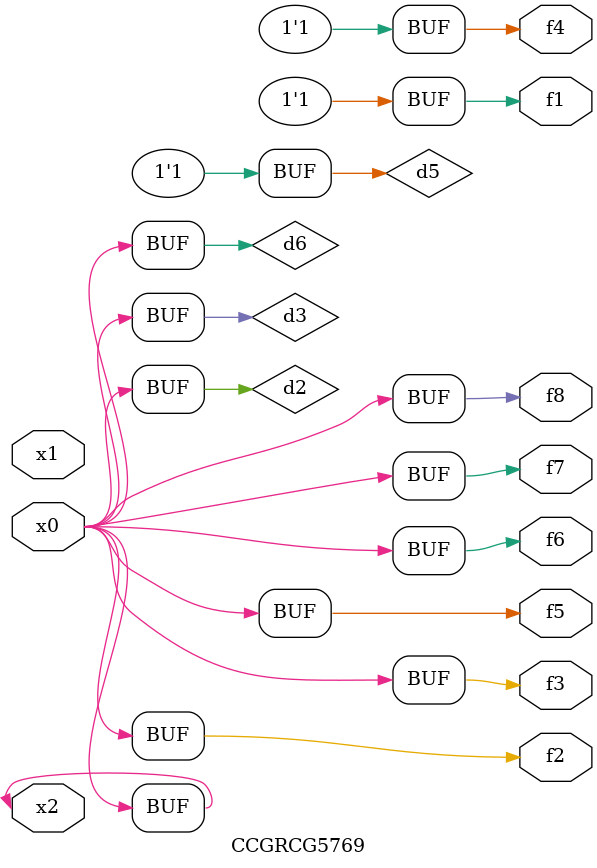
<source format=v>
module CCGRCG5769(
	input x0, x1, x2,
	output f1, f2, f3, f4, f5, f6, f7, f8
);

	wire d1, d2, d3, d4, d5, d6;

	xnor (d1, x2);
	buf (d2, x0, x2);
	and (d3, x0);
	xnor (d4, x1, x2);
	nand (d5, d1, d3);
	buf (d6, d2, d3);
	assign f1 = d5;
	assign f2 = d6;
	assign f3 = d6;
	assign f4 = d5;
	assign f5 = d6;
	assign f6 = d6;
	assign f7 = d6;
	assign f8 = d6;
endmodule

</source>
